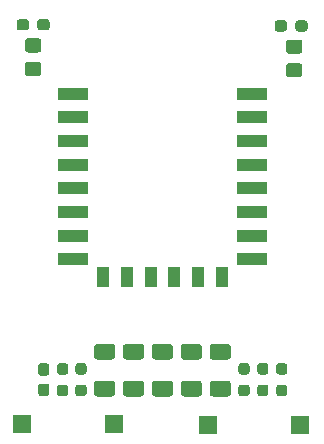
<source format=gbr>
%TF.GenerationSoftware,KiCad,Pcbnew,5.1.9-73d0e3b20d~88~ubuntu18.04.1*%
%TF.CreationDate,2021-11-28T01:15:10+02:00*%
%TF.ProjectId,ESP8266-Breakout,45535038-3236-4362-9d42-7265616b6f75,rev?*%
%TF.SameCoordinates,Original*%
%TF.FileFunction,Paste,Top*%
%TF.FilePolarity,Positive*%
%FSLAX46Y46*%
G04 Gerber Fmt 4.6, Leading zero omitted, Abs format (unit mm)*
G04 Created by KiCad (PCBNEW 5.1.9-73d0e3b20d~88~ubuntu18.04.1) date 2021-11-28 01:15:10*
%MOMM*%
%LPD*%
G01*
G04 APERTURE LIST*
%ADD10R,1.500000X1.500000*%
%ADD11R,2.500000X1.000000*%
%ADD12R,1.000000X1.800000*%
G04 APERTURE END LIST*
D10*
%TO.C,SW501*%
X163850000Y-102200000D03*
X156050000Y-102200000D03*
%TD*%
D11*
%TO.C,U501*%
X159800000Y-74200000D03*
X159800000Y-76200000D03*
X159800000Y-78200000D03*
X159800000Y-80200000D03*
X159800000Y-82200000D03*
X159800000Y-84200000D03*
X159800000Y-86200000D03*
X159800000Y-88200000D03*
D12*
X157200000Y-89700000D03*
X155200000Y-89700000D03*
X153200000Y-89700000D03*
X151200000Y-89700000D03*
X149200000Y-89700000D03*
X147200000Y-89700000D03*
D11*
X144600000Y-88200000D03*
X144600000Y-86200000D03*
X144600000Y-84200000D03*
X144600000Y-82200000D03*
X144600000Y-80200000D03*
X144600000Y-78200000D03*
X144600000Y-76200000D03*
X144600000Y-74200000D03*
%TD*%
D10*
%TO.C,SW502*%
X140300000Y-102150000D03*
X148100000Y-102150000D03*
%TD*%
%TO.C,R507*%
G36*
G01*
X162899999Y-71600000D02*
X163800001Y-71600000D01*
G75*
G02*
X164050000Y-71849999I0J-249999D01*
G01*
X164050000Y-72550001D01*
G75*
G02*
X163800001Y-72800000I-249999J0D01*
G01*
X162899999Y-72800000D01*
G75*
G02*
X162650000Y-72550001I0J249999D01*
G01*
X162650000Y-71849999D01*
G75*
G02*
X162899999Y-71600000I249999J0D01*
G01*
G37*
G36*
G01*
X162899999Y-69600000D02*
X163800001Y-69600000D01*
G75*
G02*
X164050000Y-69849999I0J-249999D01*
G01*
X164050000Y-70550001D01*
G75*
G02*
X163800001Y-70800000I-249999J0D01*
G01*
X162899999Y-70800000D01*
G75*
G02*
X162650000Y-70550001I0J249999D01*
G01*
X162650000Y-69849999D01*
G75*
G02*
X162899999Y-69600000I249999J0D01*
G01*
G37*
%TD*%
%TO.C,R506*%
G36*
G01*
X162537500Y-97975000D02*
X162062500Y-97975000D01*
G75*
G02*
X161825000Y-97737500I0J237500D01*
G01*
X161825000Y-97237500D01*
G75*
G02*
X162062500Y-97000000I237500J0D01*
G01*
X162537500Y-97000000D01*
G75*
G02*
X162775000Y-97237500I0J-237500D01*
G01*
X162775000Y-97737500D01*
G75*
G02*
X162537500Y-97975000I-237500J0D01*
G01*
G37*
G36*
G01*
X162537500Y-99800000D02*
X162062500Y-99800000D01*
G75*
G02*
X161825000Y-99562500I0J237500D01*
G01*
X161825000Y-99062500D01*
G75*
G02*
X162062500Y-98825000I237500J0D01*
G01*
X162537500Y-98825000D01*
G75*
G02*
X162775000Y-99062500I0J-237500D01*
G01*
X162775000Y-99562500D01*
G75*
G02*
X162537500Y-99800000I-237500J0D01*
G01*
G37*
%TD*%
%TO.C,R505*%
G36*
G01*
X160937500Y-97975000D02*
X160462500Y-97975000D01*
G75*
G02*
X160225000Y-97737500I0J237500D01*
G01*
X160225000Y-97237500D01*
G75*
G02*
X160462500Y-97000000I237500J0D01*
G01*
X160937500Y-97000000D01*
G75*
G02*
X161175000Y-97237500I0J-237500D01*
G01*
X161175000Y-97737500D01*
G75*
G02*
X160937500Y-97975000I-237500J0D01*
G01*
G37*
G36*
G01*
X160937500Y-99800000D02*
X160462500Y-99800000D01*
G75*
G02*
X160225000Y-99562500I0J237500D01*
G01*
X160225000Y-99062500D01*
G75*
G02*
X160462500Y-98825000I237500J0D01*
G01*
X160937500Y-98825000D01*
G75*
G02*
X161175000Y-99062500I0J-237500D01*
G01*
X161175000Y-99562500D01*
G75*
G02*
X160937500Y-99800000I-237500J0D01*
G01*
G37*
%TD*%
%TO.C,R504*%
G36*
G01*
X140799999Y-71500000D02*
X141700001Y-71500000D01*
G75*
G02*
X141950000Y-71749999I0J-249999D01*
G01*
X141950000Y-72450001D01*
G75*
G02*
X141700001Y-72700000I-249999J0D01*
G01*
X140799999Y-72700000D01*
G75*
G02*
X140550000Y-72450001I0J249999D01*
G01*
X140550000Y-71749999D01*
G75*
G02*
X140799999Y-71500000I249999J0D01*
G01*
G37*
G36*
G01*
X140799999Y-69500000D02*
X141700001Y-69500000D01*
G75*
G02*
X141950000Y-69749999I0J-249999D01*
G01*
X141950000Y-70450001D01*
G75*
G02*
X141700001Y-70700000I-249999J0D01*
G01*
X140799999Y-70700000D01*
G75*
G02*
X140550000Y-70450001I0J249999D01*
G01*
X140550000Y-69749999D01*
G75*
G02*
X140799999Y-69500000I249999J0D01*
G01*
G37*
%TD*%
%TO.C,R503*%
G36*
G01*
X143987500Y-97975000D02*
X143512500Y-97975000D01*
G75*
G02*
X143275000Y-97737500I0J237500D01*
G01*
X143275000Y-97237500D01*
G75*
G02*
X143512500Y-97000000I237500J0D01*
G01*
X143987500Y-97000000D01*
G75*
G02*
X144225000Y-97237500I0J-237500D01*
G01*
X144225000Y-97737500D01*
G75*
G02*
X143987500Y-97975000I-237500J0D01*
G01*
G37*
G36*
G01*
X143987500Y-99800000D02*
X143512500Y-99800000D01*
G75*
G02*
X143275000Y-99562500I0J237500D01*
G01*
X143275000Y-99062500D01*
G75*
G02*
X143512500Y-98825000I237500J0D01*
G01*
X143987500Y-98825000D01*
G75*
G02*
X144225000Y-99062500I0J-237500D01*
G01*
X144225000Y-99562500D01*
G75*
G02*
X143987500Y-99800000I-237500J0D01*
G01*
G37*
%TD*%
%TO.C,R502*%
G36*
G01*
X145062500Y-98825000D02*
X145537500Y-98825000D01*
G75*
G02*
X145775000Y-99062500I0J-237500D01*
G01*
X145775000Y-99562500D01*
G75*
G02*
X145537500Y-99800000I-237500J0D01*
G01*
X145062500Y-99800000D01*
G75*
G02*
X144825000Y-99562500I0J237500D01*
G01*
X144825000Y-99062500D01*
G75*
G02*
X145062500Y-98825000I237500J0D01*
G01*
G37*
G36*
G01*
X145062500Y-97000000D02*
X145537500Y-97000000D01*
G75*
G02*
X145775000Y-97237500I0J-237500D01*
G01*
X145775000Y-97737500D01*
G75*
G02*
X145537500Y-97975000I-237500J0D01*
G01*
X145062500Y-97975000D01*
G75*
G02*
X144825000Y-97737500I0J237500D01*
G01*
X144825000Y-97237500D01*
G75*
G02*
X145062500Y-97000000I237500J0D01*
G01*
G37*
%TD*%
%TO.C,R501*%
G36*
G01*
X158862500Y-98825000D02*
X159337500Y-98825000D01*
G75*
G02*
X159575000Y-99062500I0J-237500D01*
G01*
X159575000Y-99562500D01*
G75*
G02*
X159337500Y-99800000I-237500J0D01*
G01*
X158862500Y-99800000D01*
G75*
G02*
X158625000Y-99562500I0J237500D01*
G01*
X158625000Y-99062500D01*
G75*
G02*
X158862500Y-98825000I237500J0D01*
G01*
G37*
G36*
G01*
X158862500Y-97000000D02*
X159337500Y-97000000D01*
G75*
G02*
X159575000Y-97237500I0J-237500D01*
G01*
X159575000Y-97737500D01*
G75*
G02*
X159337500Y-97975000I-237500J0D01*
G01*
X158862500Y-97975000D01*
G75*
G02*
X158625000Y-97737500I0J237500D01*
G01*
X158625000Y-97237500D01*
G75*
G02*
X158862500Y-97000000I237500J0D01*
G01*
G37*
%TD*%
%TO.C,D502*%
G36*
G01*
X163450000Y-68687500D02*
X163450000Y-68212500D01*
G75*
G02*
X163687500Y-67975000I237500J0D01*
G01*
X164262500Y-67975000D01*
G75*
G02*
X164500000Y-68212500I0J-237500D01*
G01*
X164500000Y-68687500D01*
G75*
G02*
X164262500Y-68925000I-237500J0D01*
G01*
X163687500Y-68925000D01*
G75*
G02*
X163450000Y-68687500I0J237500D01*
G01*
G37*
G36*
G01*
X161700000Y-68687500D02*
X161700000Y-68212500D01*
G75*
G02*
X161937500Y-67975000I237500J0D01*
G01*
X162512500Y-67975000D01*
G75*
G02*
X162750000Y-68212500I0J-237500D01*
G01*
X162750000Y-68687500D01*
G75*
G02*
X162512500Y-68925000I-237500J0D01*
G01*
X161937500Y-68925000D01*
G75*
G02*
X161700000Y-68687500I0J237500D01*
G01*
G37*
%TD*%
%TO.C,D501*%
G36*
G01*
X140900000Y-68112500D02*
X140900000Y-68587500D01*
G75*
G02*
X140662500Y-68825000I-237500J0D01*
G01*
X140087500Y-68825000D01*
G75*
G02*
X139850000Y-68587500I0J237500D01*
G01*
X139850000Y-68112500D01*
G75*
G02*
X140087500Y-67875000I237500J0D01*
G01*
X140662500Y-67875000D01*
G75*
G02*
X140900000Y-68112500I0J-237500D01*
G01*
G37*
G36*
G01*
X142650000Y-68112500D02*
X142650000Y-68587500D01*
G75*
G02*
X142412500Y-68825000I-237500J0D01*
G01*
X141837500Y-68825000D01*
G75*
G02*
X141600000Y-68587500I0J237500D01*
G01*
X141600000Y-68112500D01*
G75*
G02*
X141837500Y-67875000I237500J0D01*
G01*
X142412500Y-67875000D01*
G75*
G02*
X142650000Y-68112500I0J-237500D01*
G01*
G37*
%TD*%
%TO.C,C502*%
G36*
G01*
X151549999Y-98500000D02*
X152850001Y-98500000D01*
G75*
G02*
X153100000Y-98749999I0J-249999D01*
G01*
X153100000Y-99575001D01*
G75*
G02*
X152850001Y-99825000I-249999J0D01*
G01*
X151549999Y-99825000D01*
G75*
G02*
X151300000Y-99575001I0J249999D01*
G01*
X151300000Y-98749999D01*
G75*
G02*
X151549999Y-98500000I249999J0D01*
G01*
G37*
G36*
G01*
X151549999Y-95375000D02*
X152850001Y-95375000D01*
G75*
G02*
X153100000Y-95624999I0J-249999D01*
G01*
X153100000Y-96450001D01*
G75*
G02*
X152850001Y-96700000I-249999J0D01*
G01*
X151549999Y-96700000D01*
G75*
G02*
X151300000Y-96450001I0J249999D01*
G01*
X151300000Y-95624999D01*
G75*
G02*
X151549999Y-95375000I249999J0D01*
G01*
G37*
%TD*%
%TO.C,C501*%
G36*
G01*
X141912500Y-98725000D02*
X142387500Y-98725000D01*
G75*
G02*
X142625000Y-98962500I0J-237500D01*
G01*
X142625000Y-99562500D01*
G75*
G02*
X142387500Y-99800000I-237500J0D01*
G01*
X141912500Y-99800000D01*
G75*
G02*
X141675000Y-99562500I0J237500D01*
G01*
X141675000Y-98962500D01*
G75*
G02*
X141912500Y-98725000I237500J0D01*
G01*
G37*
G36*
G01*
X141912500Y-97000000D02*
X142387500Y-97000000D01*
G75*
G02*
X142625000Y-97237500I0J-237500D01*
G01*
X142625000Y-97837500D01*
G75*
G02*
X142387500Y-98075000I-237500J0D01*
G01*
X141912500Y-98075000D01*
G75*
G02*
X141675000Y-97837500I0J237500D01*
G01*
X141675000Y-97237500D01*
G75*
G02*
X141912500Y-97000000I237500J0D01*
G01*
G37*
%TD*%
%TO.C,C104*%
G36*
G01*
X156449999Y-98500000D02*
X157750001Y-98500000D01*
G75*
G02*
X158000000Y-98749999I0J-249999D01*
G01*
X158000000Y-99575001D01*
G75*
G02*
X157750001Y-99825000I-249999J0D01*
G01*
X156449999Y-99825000D01*
G75*
G02*
X156200000Y-99575001I0J249999D01*
G01*
X156200000Y-98749999D01*
G75*
G02*
X156449999Y-98500000I249999J0D01*
G01*
G37*
G36*
G01*
X156449999Y-95375000D02*
X157750001Y-95375000D01*
G75*
G02*
X158000000Y-95624999I0J-249999D01*
G01*
X158000000Y-96450001D01*
G75*
G02*
X157750001Y-96700000I-249999J0D01*
G01*
X156449999Y-96700000D01*
G75*
G02*
X156200000Y-96450001I0J249999D01*
G01*
X156200000Y-95624999D01*
G75*
G02*
X156449999Y-95375000I249999J0D01*
G01*
G37*
%TD*%
%TO.C,C103*%
G36*
G01*
X153999999Y-98500000D02*
X155300001Y-98500000D01*
G75*
G02*
X155550000Y-98749999I0J-249999D01*
G01*
X155550000Y-99575001D01*
G75*
G02*
X155300001Y-99825000I-249999J0D01*
G01*
X153999999Y-99825000D01*
G75*
G02*
X153750000Y-99575001I0J249999D01*
G01*
X153750000Y-98749999D01*
G75*
G02*
X153999999Y-98500000I249999J0D01*
G01*
G37*
G36*
G01*
X153999999Y-95375000D02*
X155300001Y-95375000D01*
G75*
G02*
X155550000Y-95624999I0J-249999D01*
G01*
X155550000Y-96450001D01*
G75*
G02*
X155300001Y-96700000I-249999J0D01*
G01*
X153999999Y-96700000D01*
G75*
G02*
X153750000Y-96450001I0J249999D01*
G01*
X153750000Y-95624999D01*
G75*
G02*
X153999999Y-95375000I249999J0D01*
G01*
G37*
%TD*%
%TO.C,C102*%
G36*
G01*
X146649999Y-98500000D02*
X147950001Y-98500000D01*
G75*
G02*
X148200000Y-98749999I0J-249999D01*
G01*
X148200000Y-99575001D01*
G75*
G02*
X147950001Y-99825000I-249999J0D01*
G01*
X146649999Y-99825000D01*
G75*
G02*
X146400000Y-99575001I0J249999D01*
G01*
X146400000Y-98749999D01*
G75*
G02*
X146649999Y-98500000I249999J0D01*
G01*
G37*
G36*
G01*
X146649999Y-95375000D02*
X147950001Y-95375000D01*
G75*
G02*
X148200000Y-95624999I0J-249999D01*
G01*
X148200000Y-96450001D01*
G75*
G02*
X147950001Y-96700000I-249999J0D01*
G01*
X146649999Y-96700000D01*
G75*
G02*
X146400000Y-96450001I0J249999D01*
G01*
X146400000Y-95624999D01*
G75*
G02*
X146649999Y-95375000I249999J0D01*
G01*
G37*
%TD*%
%TO.C,C101*%
G36*
G01*
X149099999Y-98500000D02*
X150400001Y-98500000D01*
G75*
G02*
X150650000Y-98749999I0J-249999D01*
G01*
X150650000Y-99575001D01*
G75*
G02*
X150400001Y-99825000I-249999J0D01*
G01*
X149099999Y-99825000D01*
G75*
G02*
X148850000Y-99575001I0J249999D01*
G01*
X148850000Y-98749999D01*
G75*
G02*
X149099999Y-98500000I249999J0D01*
G01*
G37*
G36*
G01*
X149099999Y-95375000D02*
X150400001Y-95375000D01*
G75*
G02*
X150650000Y-95624999I0J-249999D01*
G01*
X150650000Y-96450001D01*
G75*
G02*
X150400001Y-96700000I-249999J0D01*
G01*
X149099999Y-96700000D01*
G75*
G02*
X148850000Y-96450001I0J249999D01*
G01*
X148850000Y-95624999D01*
G75*
G02*
X149099999Y-95375000I249999J0D01*
G01*
G37*
%TD*%
M02*

</source>
